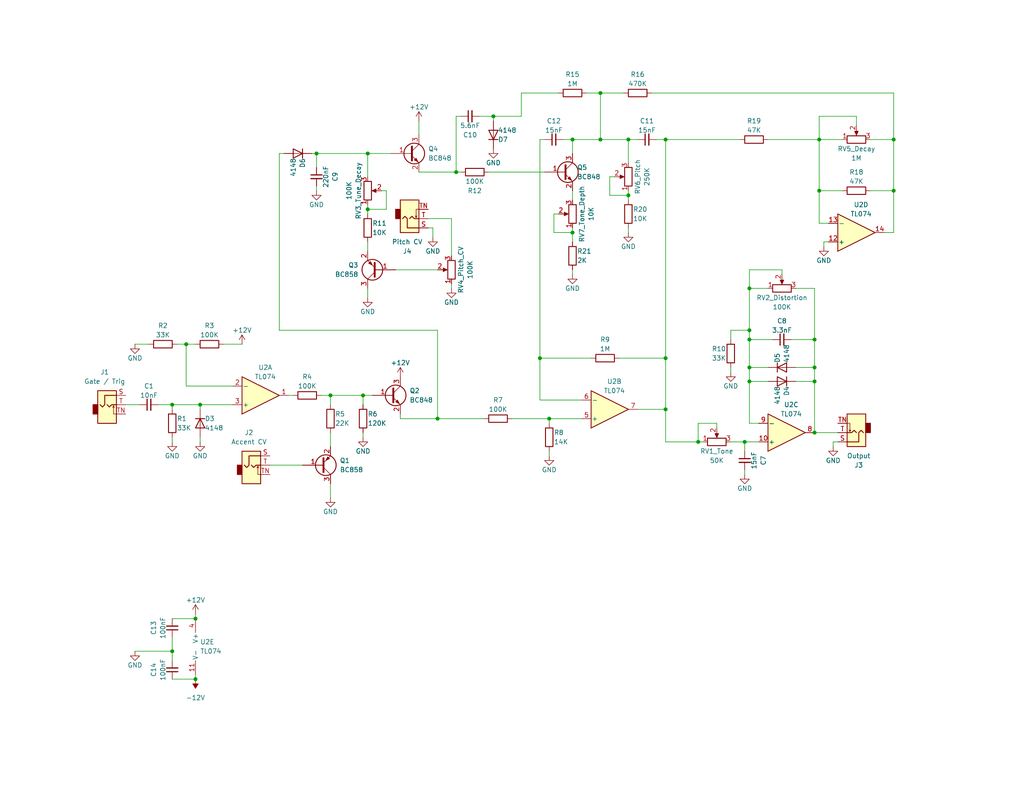
<source format=kicad_sch>
(kicad_sch (version 20230121) (generator eeschema)
  (paper "USLetter")
  (lib_symbols
    (symbol "Amplifier_Operational:TL074" (pin_names (offset 0.127))
      (property "Reference" "U" (at 0 5.08 0))
      (property "Value" "TL074" (at 0 -5.08 0))
      (symbol "TL074_1_1"
        (polyline (pts (xy -5.08 5.08) (xy 5.08 0) (xy -5.08 -5.08) (xy -5.08 5.08)) (stroke (width 0.254)) (fill (type background)))
        (pin output line (at 7.62 0 180) (length 2.54) (name "~") (number "1"))
        (pin input line (at -7.62 -2.54 0) (length 2.54) (name "-") (number "2"))
        (pin input line (at -7.62 2.54 0) (length 2.54) (name "+") (number "3"))
      )
      (symbol "TL074_2_1"
        (polyline (pts (xy -5.08 5.08) (xy 5.08 0) (xy -5.08 -5.08) (xy -5.08 5.08)) (stroke (width 0.254)) (fill (type background)))
        (pin input line (at -7.62 2.54 0) (length 2.54) (name "+") (number "5"))
        (pin input line (at -7.62 -2.54 0) (length 2.54) (name "-") (number "6"))
        (pin output line (at 7.62 0 180) (length 2.54) (name "~") (number "7"))
      )
      (symbol "TL074_3_1"
        (polyline (pts (xy -5.08 5.08) (xy 5.08 0) (xy -5.08 -5.08) (xy -5.08 5.08)) (stroke (width 0.254)) (fill (type background)))
        (pin input line (at -7.62 2.54 0) (length 2.54) (name "+") (number "10"))
        (pin output line (at 7.62 0 180) (length 2.54) (name "~") (number "8"))
        (pin input line (at -7.62 -2.54 0) (length 2.54) (name "-") (number "9"))
      )
      (symbol "TL074_4_1"
        (polyline (pts (xy -5.08 5.08) (xy 5.08 0) (xy -5.08 -5.08) (xy -5.08 5.08)) (stroke (width 0.254)) (fill (type background)))
        (pin input line (at -7.62 2.54 0) (length 2.54) (name "+") (number "12"))
        (pin input line (at -7.62 -2.54 0) (length 2.54) (name "-") (number "13"))
        (pin output line (at 7.62 0 180) (length 2.54) (name "~") (number "14"))
      )
      (symbol "TL074_5_1"
        (pin power_in line (at -2.54 -7.62 90) (length 3.81) (name "V-") (number "11"))
        (pin power_in line (at -2.54 7.62 270) (length 3.81) (name "V+") (number "4"))
      )
    )
    (symbol "Connector_Audio:AudioJack2_SwitchT"
      (property "Reference" "J" (at 0 8.89 0))
      (property "Value" "AudioJack2_SwitchT" (at 0 6.35 0))
      (symbol "AudioJack2_SwitchT_0_1"
        (rectangle (start -2.54 0) (end -3.81 -2.54) (stroke (width 0.254)) (fill (type outline)))
        (polyline (pts (xy 1.778 -0.254) (xy 2.032 -0.762)))
        (polyline (pts (xy 0 0) (xy 0.635 -0.635) (xy 1.27 0) (xy 2.54 0)) (stroke (width 0.254)))
        (polyline (pts (xy 2.54 -2.54) (xy 1.778 -2.54) (xy 1.778 -0.254) (xy 1.524 -0.762)))
        (polyline (pts (xy 2.54 2.54) (xy -0.635 2.54) (xy -0.635 0) (xy -1.27 -0.635) (xy -1.905 0)) (stroke (width 0.254)))
        (rectangle (start 2.54 3.81) (end -2.54 -5.08) (stroke (width 0.254)) (fill (type background)))
      )
      (symbol "AudioJack2_SwitchT_1_1"
        (pin passive line (at 5.08 2.54 180) (length 2.54) (name "~") (number "S"))
        (pin passive line (at 5.08 0 180) (length 2.54) (name "~") (number "T"))
        (pin passive line (at 5.08 -2.54 180) (length 2.54) (name "~") (number "TN"))
      )
    )
    (symbol "Device:C_Small" (pin_numbers hide) (pin_names (offset 0.254) hide)
      (property "Reference" "C" (at 0.254 1.778 0))
      (property "Value" "C_Small" (at 0.254 -2.032 0))
      (symbol "C_Small_0_1"
        (polyline (pts (xy -1.524 -0.508) (xy 1.524 -0.508)) (stroke (width 0.3302)))
        (polyline (pts (xy -1.524 0.508) (xy 1.524 0.508)) (stroke (width 0.3048)))
      )
      (symbol "C_Small_1_1"
        (pin passive line (at 0 2.54 270) (length 2.032) (name "~") (number "1"))
        (pin passive line (at 0 -2.54 90) (length 2.032) (name "~") (number "2"))
      )
    )
    (symbol "Device:D" (pin_numbers hide) (pin_names (offset 1.016) hide)
      (property "Reference" "D" (at 0 2.54 0))
      (property "Value" "D" (at 0 -2.54 0))
      (symbol "D_0_1"
        (polyline (pts (xy -1.27 1.27) (xy -1.27 -1.27)) (stroke (width 0.254)))
        (polyline (pts (xy 1.27 0) (xy -1.27 0)))
        (polyline (pts (xy 1.27 1.27) (xy 1.27 -1.27) (xy -1.27 0) (xy 1.27 1.27)) (stroke (width 0.254)))
      )
      (symbol "D_1_1"
        (pin passive line (at -3.81 0 0) (length 2.54) (name "K") (number "1"))
        (pin passive line (at 3.81 0 180) (length 2.54) (name "A") (number "2"))
      )
    )
    (symbol "Device:R" (pin_numbers hide) (pin_names (offset 0))
      (property "Reference" "R" (at 2.032 0 90))
      (property "Value" "R" (at 0 0 90))
      (symbol "R_0_1"
        (rectangle (start -1.016 -2.54) (end 1.016 2.54) (stroke (width 0.254)))
      )
      (symbol "R_1_1"
        (pin passive line (at 0 3.81 270) (length 1.27) (name "~") (number "1"))
        (pin passive line (at 0 -3.81 90) (length 1.27) (name "~") (number "2"))
      )
    )
    (symbol "Device:R_Potentiometer" (pin_names (offset 1.016) hide)
      (property "Reference" "RV" (at -4.445 0 90))
      (property "Value" "R_Potentiometer" (at -2.54 0 90))
      (symbol "R_Potentiometer_0_1"
        (polyline (pts (xy 2.54 0) (xy 1.524 0)))
        (polyline (pts (xy 1.143 0) (xy 2.286 0.508) (xy 2.286 -0.508) (xy 1.143 0)) (fill (type outline)))
        (rectangle (start 1.016 2.54) (end -1.016 -2.54) (stroke (width 0.254)))
      )
      (symbol "R_Potentiometer_1_1"
        (pin passive line (at 0 3.81 270) (length 1.27) (name "1") (number "1"))
        (pin passive line (at 3.81 0 180) (length 1.27) (name "2") (number "2"))
        (pin passive line (at 0 -3.81 90) (length 1.27) (name "3") (number "3"))
      )
    )
    (symbol "PCM_4ms_Power-symbol:+12V" (power) (pin_names (offset 0))
      (property "Value" "+12V" (at 0 3.556 0))
      (symbol "+12V_0_1"
        (polyline (pts (xy -0.762 1.27) (xy 0 2.54)))
        (polyline (pts (xy 0 0) (xy 0 2.54)))
        (polyline (pts (xy 0 2.54) (xy 0.762 1.27)))
      )
      (symbol "+12V_1_1"
        (pin power_in line (at 0 0 90) (length 0) hide (name "+12V") (number "1"))
      )
    )
    (symbol "PCM_4ms_Power-symbol:GND" (power) (pin_names (offset 0))
      (property "Value" "GND" (at 0 -3.81 0))
      (symbol "GND_0_1"
        (polyline (pts (xy 0 0) (xy 0 -1.27) (xy 1.27 -1.27) (xy 0 -2.54) (xy -1.27 -1.27) (xy 0 -1.27)))
      )
      (symbol "GND_1_1"
        (pin power_in line (at 0 0 270) (length 0) hide (name "GND") (number "1"))
      )
    )
    (symbol "Transistor_BJT:BC848" (pin_names (offset 0) hide)
      (property "Reference" "Q" (at 5.08 1.905 0))
      (property "Value" "BC848" (at 5.08 0 0))
      (symbol "BC848_0_1"
        (polyline (pts (xy 0.635 0.635) (xy 2.54 2.54)))
        (polyline (pts (xy 0.635 -0.635) (xy 2.54 -2.54) (xy 2.54 -2.54)))
        (polyline (pts (xy 0.635 1.905) (xy 0.635 -1.905) (xy 0.635 -1.905)) (stroke (width 0.508)))
        (polyline (pts (xy 1.27 -1.778) (xy 1.778 -1.27) (xy 2.286 -2.286) (xy 1.27 -1.778) (xy 1.27 -1.778)) (fill (type outline)))
        (circle (center 1.27 0) (radius 2.8194) (stroke (width 0.254)))
      )
      (symbol "BC848_1_1"
        (pin input line (at -5.08 0 0) (length 5.715) (name "B") (number "1"))
        (pin passive line (at 2.54 -5.08 90) (length 2.54) (name "E") (number "2"))
        (pin passive line (at 2.54 5.08 270) (length 2.54) (name "C") (number "3"))
      )
    )
    (symbol "Transistor_BJT:BC858" (pin_names (offset 0) hide)
      (property "Reference" "Q" (at 5.08 1.905 0))
      (property "Value" "BC858" (at 5.08 0 0))
      (symbol "BC858_0_1"
        (polyline (pts (xy 0.635 0.635) (xy 2.54 2.54)))
        (polyline (pts (xy 0.635 -0.635) (xy 2.54 -2.54) (xy 2.54 -2.54)))
        (polyline (pts (xy 0.635 1.905) (xy 0.635 -1.905) (xy 0.635 -1.905)) (stroke (width 0.508)))
        (polyline (pts (xy 2.286 -1.778) (xy 1.778 -2.286) (xy 1.27 -1.27) (xy 2.286 -1.778) (xy 2.286 -1.778)) (fill (type outline)))
        (circle (center 1.27 0) (radius 2.8194) (stroke (width 0.254)))
      )
      (symbol "BC858_1_1"
        (pin input line (at -5.08 0 0) (length 5.715) (name "B") (number "1"))
        (pin passive line (at 2.54 -5.08 90) (length 2.54) (name "E") (number "2"))
        (pin passive line (at 2.54 5.08 270) (length 2.54) (name "C") (number "3"))
      )
    )
    (symbol "power:-12V" (power) (pin_names (offset 0))
      (property "Value" "-12V" (at 0 3.81 0))
      (symbol "-12V_0_0"
        (pin power_in line (at 0 0 90) (length 0) hide (name "-12V") (number "1"))
      )
      (symbol "-12V_0_1"
        (polyline (pts (xy 0 0) (xy 0 1.27) (xy 0.762 1.27) (xy 0 2.54) (xy -0.762 1.27) (xy 0 1.27)) (fill (type outline)))
      )
    )
  )
  (junction (at 243.84 52.07))
  (junction (at 223.52 52.07))
  (junction (at 223.52 38.1))
  (junction (at 190.5 120.65))
  (junction (at 243.84 38.1))
  (junction (at 204.47 100.33))
  (junction (at 86.36 41.91))
  (junction (at 99.06 107.95))
  (junction (at 100.33 57.15))
  (junction (at 171.45 53.34))
  (junction (at 100.33 41.91))
  (junction (at 163.83 25.4))
  (junction (at 203.2 120.65))
  (junction (at 147.32 97.79))
  (junction (at 163.83 38.1))
  (junction (at 171.45 38.1))
  (junction (at 156.21 63.5))
  (junction (at 181.61 97.79))
  (junction (at 181.61 38.1))
  (junction (at 222.25 92.71))
  (junction (at 149.86 114.3))
  (junction (at 90.17 107.95))
  (junction (at 46.99 110.49))
  (junction (at 204.47 78.74))
  (junction (at 156.21 38.1))
  (junction (at 50.8 93.98))
  (junction (at 204.47 92.71))
  (junction (at 53.34 168.91))
  (junction (at 222.25 104.14))
  (junction (at 134.62 31.75))
  (junction (at 124.46 46.99))
  (junction (at 204.47 90.17))
  (junction (at 54.61 110.49))
  (junction (at 181.61 111.76))
  (junction (at 46.99 177.8))
  (junction (at 53.34 185.42))
  (junction (at 204.47 104.14))
  (junction (at 222.25 118.11))
  (junction (at 119.38 114.3))
  (junction (at 222.25 100.33))
  (wire (pts (xy 181.61 38.1) (xy 201.93 38.1)))
  (wire (pts (xy 34.29 110.49) (xy 38.1 110.49)))
  (wire (pts (xy 156.21 52.07) (xy 156.21 54.61)))
  (wire (pts (xy 203.2 120.65) (xy 207.01 120.65)))
  (wire (pts (xy 166.37 48.26) (xy 166.37 53.34)))
  (wire (pts (xy 147.32 97.79) (xy 161.29 97.79)))
  (wire (pts (xy 224.79 67.31) (xy 224.79 66.04)))
  (wire (pts (xy 76.2 90.17) (xy 119.38 90.17)))
  (wire (pts (xy 142.24 25.4) (xy 152.4 25.4)))
  (wire (pts (xy 199.39 101.6) (xy 199.39 100.33)))
  (wire (pts (xy 43.18 110.49) (xy 46.99 110.49)))
  (wire (pts (xy 151.13 58.42) (xy 151.13 63.5)))
  (wire (pts (xy 100.33 55.88) (xy 100.33 57.15)))
  (wire (pts (xy 60.96 93.98) (xy 66.04 93.98)))
  (wire (pts (xy 130.81 31.75) (xy 134.62 31.75)))
  (wire (pts (xy 233.68 31.75) (xy 233.68 34.29)))
  (wire (pts (xy 76.2 41.91) (xy 76.2 90.17)))
  (wire (pts (xy 90.17 107.95) (xy 99.06 107.95)))
  (wire (pts (xy 204.47 78.74) (xy 204.47 73.66)))
  (wire (pts (xy 171.45 38.1) (xy 173.99 38.1)))
  (wire (pts (xy 86.36 45.72) (xy 86.36 41.91)))
  (wire (pts (xy 46.99 168.91) (xy 53.34 168.91)))
  (wire (pts (xy 104.14 52.07) (xy 105.41 52.07)))
  (wire (pts (xy 36.83 177.8) (xy 46.99 177.8)))
  (wire (pts (xy 90.17 107.95) (xy 90.17 110.49)))
  (wire (pts (xy 156.21 62.23) (xy 156.21 63.5)))
  (wire (pts (xy 204.47 73.66) (xy 213.36 73.66)))
  (wire (pts (xy 209.55 100.33) (xy 204.47 100.33)))
  (wire (pts (xy 195.58 116.84) (xy 195.58 115.57)))
  (wire (pts (xy 204.47 78.74) (xy 209.55 78.74)))
  (wire (pts (xy 156.21 74.93) (xy 156.21 73.66)))
  (wire (pts (xy 156.21 66.04) (xy 156.21 63.5)))
  (wire (pts (xy 90.17 118.11) (xy 90.17 121.92)))
  (wire (pts (xy 109.22 114.3) (xy 119.38 114.3)))
  (wire (pts (xy 139.7 114.3) (xy 149.86 114.3)))
  (wire (pts (xy 100.33 48.26) (xy 100.33 41.91)))
  (wire (pts (xy 173.99 111.76) (xy 181.61 111.76)))
  (wire (pts (xy 222.25 104.14) (xy 222.25 118.11)))
  (wire (pts (xy 209.55 38.1) (xy 223.52 38.1)))
  (wire (pts (xy 229.87 38.1) (xy 223.52 38.1)))
  (wire (pts (xy 203.2 129.54) (xy 203.2 128.27)))
  (wire (pts (xy 86.36 52.07) (xy 86.36 50.8)))
  (wire (pts (xy 222.25 78.74) (xy 217.17 78.74)))
  (wire (pts (xy 227.33 120.65) (xy 227.33 121.92)))
  (wire (pts (xy 63.5 105.41) (xy 50.8 105.41)))
  (wire (pts (xy 46.99 173.99) (xy 46.99 177.8)))
  (wire (pts (xy 233.68 31.75) (xy 223.52 31.75)))
  (wire (pts (xy 116.84 59.69) (xy 123.19 59.69)))
  (wire (pts (xy 151.13 63.5) (xy 156.21 63.5)))
  (wire (pts (xy 147.32 38.1) (xy 148.59 38.1)))
  (wire (pts (xy 181.61 97.79) (xy 181.61 111.76)))
  (wire (pts (xy 123.19 78.74) (xy 123.19 77.47)))
  (wire (pts (xy 215.9 92.71) (xy 222.25 92.71)))
  (wire (pts (xy 171.45 54.61) (xy 171.45 53.34)))
  (wire (pts (xy 100.33 41.91) (xy 106.68 41.91)))
  (wire (pts (xy 153.67 38.1) (xy 156.21 38.1)))
  (wire (pts (xy 163.83 38.1) (xy 171.45 38.1)))
  (wire (pts (xy 167.64 48.26) (xy 166.37 48.26)))
  (wire (pts (xy 119.38 90.17) (xy 119.38 114.3)))
  (wire (pts (xy 223.52 31.75) (xy 223.52 38.1)))
  (wire (pts (xy 119.38 114.3) (xy 132.08 114.3)))
  (wire (pts (xy 114.3 46.99) (xy 124.46 46.99)))
  (wire (pts (xy 147.32 38.1) (xy 147.32 97.79)))
  (wire (pts (xy 105.41 52.07) (xy 105.41 57.15)))
  (wire (pts (xy 156.21 38.1) (xy 163.83 38.1)))
  (wire (pts (xy 107.95 73.66) (xy 119.38 73.66)))
  (wire (pts (xy 123.19 59.69) (xy 123.19 69.85)))
  (wire (pts (xy 199.39 90.17) (xy 204.47 90.17)))
  (wire (pts (xy 166.37 53.34) (xy 171.45 53.34)))
  (wire (pts (xy 100.33 81.28) (xy 100.33 78.74)))
  (wire (pts (xy 210.82 92.71) (xy 204.47 92.71)))
  (wire (pts (xy 99.06 107.95) (xy 99.06 110.49)))
  (wire (pts (xy 199.39 120.65) (xy 203.2 120.65)))
  (wire (pts (xy 147.32 97.79) (xy 147.32 109.22)))
  (wire (pts (xy 149.86 114.3) (xy 158.75 114.3)))
  (wire (pts (xy 243.84 52.07) (xy 243.84 63.5)))
  (wire (pts (xy 191.77 120.65) (xy 190.5 120.65)))
  (wire (pts (xy 53.34 184.15) (xy 53.34 185.42)))
  (wire (pts (xy 46.99 110.49) (xy 54.61 110.49)))
  (wire (pts (xy 134.62 31.75) (xy 142.24 31.75)))
  (wire (pts (xy 217.17 104.14) (xy 222.25 104.14)))
  (wire (pts (xy 204.47 104.14) (xy 209.55 104.14)))
  (wire (pts (xy 152.4 58.42) (xy 151.13 58.42)))
  (wire (pts (xy 217.17 100.33) (xy 222.25 100.33)))
  (wire (pts (xy 54.61 110.49) (xy 54.61 111.76)))
  (wire (pts (xy 222.25 118.11) (xy 228.6 118.11)))
  (wire (pts (xy 243.84 38.1) (xy 243.84 52.07)))
  (wire (pts (xy 100.33 58.42) (xy 100.33 57.15)))
  (wire (pts (xy 204.47 100.33) (xy 204.47 104.14)))
  (wire (pts (xy 116.84 62.23) (xy 118.11 62.23)))
  (wire (pts (xy 204.47 78.74) (xy 204.47 90.17)))
  (wire (pts (xy 99.06 107.95) (xy 101.6 107.95)))
  (wire (pts (xy 125.73 31.75) (xy 124.46 31.75)))
  (wire (pts (xy 78.74 107.95) (xy 80.01 107.95)))
  (wire (pts (xy 118.11 64.77) (xy 118.11 62.23)))
  (wire (pts (xy 54.61 110.49) (xy 63.5 110.49)))
  (wire (pts (xy 223.52 60.96) (xy 226.06 60.96)))
  (wire (pts (xy 100.33 57.15) (xy 105.41 57.15)))
  (wire (pts (xy 190.5 115.57) (xy 190.5 120.65)))
  (wire (pts (xy 222.25 92.71) (xy 222.25 100.33)))
  (wire (pts (xy 224.79 66.04) (xy 226.06 66.04)))
  (wire (pts (xy 163.83 25.4) (xy 163.83 38.1)))
  (wire (pts (xy 86.36 41.91) (xy 100.33 41.91)))
  (wire (pts (xy 90.17 132.08) (xy 90.17 135.89)))
  (wire (pts (xy 223.52 38.1) (xy 223.52 52.07)))
  (wire (pts (xy 204.47 92.71) (xy 204.47 100.33)))
  (wire (pts (xy 229.87 52.07) (xy 223.52 52.07)))
  (wire (pts (xy 73.66 127) (xy 82.55 127)))
  (wire (pts (xy 124.46 31.75) (xy 124.46 46.99)))
  (wire (pts (xy 181.61 120.65) (xy 181.61 111.76)))
  (wire (pts (xy 223.52 52.07) (xy 223.52 60.96)))
  (wire (pts (xy 76.2 41.91) (xy 77.47 41.91)))
  (wire (pts (xy 100.33 66.04) (xy 100.33 68.58)))
  (wire (pts (xy 237.49 52.07) (xy 243.84 52.07)))
  (wire (pts (xy 114.3 33.02) (xy 114.3 36.83)))
  (wire (pts (xy 125.73 46.99) (xy 124.46 46.99)))
  (wire (pts (xy 50.8 93.98) (xy 50.8 105.41)))
  (wire (pts (xy 171.45 52.07) (xy 171.45 53.34)))
  (wire (pts (xy 171.45 44.45) (xy 171.45 38.1)))
  (wire (pts (xy 46.99 110.49) (xy 46.99 111.76)))
  (wire (pts (xy 181.61 120.65) (xy 190.5 120.65)))
  (wire (pts (xy 243.84 25.4) (xy 177.8 25.4)))
  (wire (pts (xy 160.02 25.4) (xy 163.83 25.4)))
  (wire (pts (xy 142.24 25.4) (xy 142.24 31.75)))
  (wire (pts (xy 50.8 93.98) (xy 53.34 93.98)))
  (wire (pts (xy 195.58 115.57) (xy 190.5 115.57)))
  (wire (pts (xy 53.34 167.64) (xy 53.34 168.91)))
  (wire (pts (xy 222.25 100.33) (xy 222.25 104.14)))
  (wire (pts (xy 46.99 119.38) (xy 46.99 120.65)))
  (wire (pts (xy 46.99 185.42) (xy 53.34 185.42)))
  (wire (pts (xy 87.63 107.95) (xy 90.17 107.95)))
  (wire (pts (xy 134.62 31.75) (xy 134.62 33.02)))
  (wire (pts (xy 147.32 109.22) (xy 158.75 109.22)))
  (wire (pts (xy 241.3 63.5) (xy 243.84 63.5)))
  (wire (pts (xy 148.59 46.99) (xy 133.35 46.99)))
  (wire (pts (xy 243.84 25.4) (xy 243.84 38.1)))
  (wire (pts (xy 171.45 63.5) (xy 171.45 62.23)))
  (wire (pts (xy 46.99 177.8) (xy 46.99 180.34)))
  (wire (pts (xy 149.86 123.19) (xy 149.86 124.46)))
  (wire (pts (xy 213.36 73.66) (xy 213.36 74.93)))
  (wire (pts (xy 149.86 115.57) (xy 149.86 114.3)))
  (wire (pts (xy 168.91 97.79) (xy 181.61 97.79)))
  (wire (pts (xy 99.06 119.38) (xy 99.06 118.11)))
  (wire (pts (xy 181.61 38.1) (xy 181.61 97.79)))
  (wire (pts (xy 109.22 114.3) (xy 109.22 113.03)))
  (wire (pts (xy 228.6 120.65) (xy 227.33 120.65)))
  (wire (pts (xy 85.09 41.91) (xy 86.36 41.91)))
  (wire (pts (xy 204.47 92.71) (xy 204.47 90.17)))
  (wire (pts (xy 199.39 92.71) (xy 199.39 90.17)))
  (wire (pts (xy 204.47 115.57) (xy 207.01 115.57)))
  (wire (pts (xy 163.83 25.4) (xy 170.18 25.4)))
  (wire (pts (xy 203.2 123.19) (xy 203.2 120.65)))
  (wire (pts (xy 179.07 38.1) (xy 181.61 38.1)))
  (wire (pts (xy 237.49 38.1) (xy 243.84 38.1)))
  (wire (pts (xy 222.25 78.74) (xy 222.25 92.71)))
  (wire (pts (xy 54.61 119.38) (xy 54.61 120.65)))
  (wire (pts (xy 156.21 38.1) (xy 156.21 41.91)))
  (wire (pts (xy 36.83 93.98) (xy 40.64 93.98)))
  (wire (pts (xy 48.26 93.98) (xy 50.8 93.98)))
  (wire (pts (xy 204.47 104.14) (xy 204.47 115.57)))
  (symbol (lib_id "Device:R") (at 83.82 107.95 90) (unit 1)
    (property "Reference" "R4" (at 83.82 102.87 90))
    (property "Value" "100K" (at 83.82 105.41 90))
    (property "Footprint" "Resistor_SMD:R_0805_2012Metric_Pad1.20x1.40mm_HandSolder" (effects hide))
  )
  (symbol (lib_id "Device:R") (at 149.86 119.38 180) (unit 1)
    (property "Reference" "R8" (at 151.13 118.11 0) (effects (justify right)))
    (property "Value" "14K" (at 151.13 120.65 0) (effects (justify right)))
    (property "Footprint" "Resistor_SMD:R_0805_2012Metric_Pad1.20x1.40mm_HandSolder" (effects hide))
  )
  (symbol (lib_id "Amplifier_Operational:TL074") (at 71.12 107.95 0) (mirror x) (unit 1)
    (property "Reference" "U2" (at 72.39 100.33 0))
    (property "Value" "TL074" (at 72.39 102.87 0))
    (property "Datasheet" "http://www.ti.com/lit/ds/symlink/tl071.pdf" (effects hide))
  )
  (symbol (lib_id "PCM_4ms_Power-symbol:+12V") (at 53.34 167.64 0) (unit 1)
    (property "Reference" "#PWR036" (effects hide))
    (property "Value" "+12V" (at 53.34 163.83 0))
  )
  (symbol (lib_id "PCM_4ms_Power-symbol:GND") (at 36.83 177.8 0) (unit 1)
    (property "Reference" "#PWR037" (effects hide))
    (property "Value" "GND" (at 36.83 181.61 0))
  )
  (symbol (lib_id "Amplifier_Operational:TL074") (at 55.88 176.53 0) (unit 5)
    (property "Reference" "U2" (at 54.61 175.26 0) (effects (justify left)))
    (property "Value" "TL074" (at 54.61 177.8 0) (effects (justify left)))
    (property "Datasheet" "http://www.ti.com/lit/ds/symlink/tl071.pdf" (effects hide))
  )
  (symbol (lib_id "Device:C_Small") (at 40.64 110.49 90) (unit 1)
    (property "Reference" "C1" (at 40.64 105.41 90))
    (property "Value" "10nF" (at 40.64 107.95 90))
    (property "Footprint" "Capacitor_SMD:C_0805_2012Metric_Pad1.18x1.45mm_HandSolder" (effects hide))
  )
  (symbol (lib_id "Device:D") (at 213.36 100.33 0) (unit 1)
    (property "Reference" "D5" (at 212.09 99.06 90) (effects (justify left)))
    (property "Value" "4148" (at 214.63 99.06 90) (effects (justify left)))
    (property "Footprint" "Diode_SMD:D_MiniMELF_Handsoldering" (effects hide))
    (property "Sim.Device" "D" (effects hide))
    (property "Sim.Pins" "1=K 2=A" (effects hide))
  )
  (symbol (lib_id "Device:R_Potentiometer") (at 171.45 48.26 180) (unit 1)
    (property "Reference" "RV6_Pitch" (at 173.99 48.26 90))
    (property "Value" "250K" (at 176.53 48.26 90))
    (property "Footprint" "SynthMages:Potentiometer_Alpha_RD901F-40-00D_Single_Vertical_CircularHoles_Shaft_Centered" (effects hide))
  )
  (symbol (lib_id "Device:R") (at 165.1 97.79 90) (unit 1)
    (property "Reference" "R9" (at 165.1 92.71 90))
    (property "Value" "1M" (at 165.1 95.25 90))
    (property "Footprint" "Resistor_SMD:R_0805_2012Metric_Pad1.20x1.40mm_HandSolder" (effects hide))
  )
  (symbol (lib_id "Device:R") (at 46.99 115.57 0) (unit 1)
    (property "Reference" "R1" (at 48.26 114.3 0) (effects (justify left)))
    (property "Value" "33K" (at 48.26 116.84 0) (effects (justify left)))
    (property "Footprint" "Resistor_SMD:R_0805_2012Metric_Pad1.20x1.40mm_HandSolder" (effects hide))
  )
  (symbol (lib_id "PCM_4ms_Power-symbol:GND") (at 123.19 78.74 0) (unit 1)
    (property "Reference" "#PWR024" (effects hide))
    (property "Value" "GND" (at 123.19 82.55 0))
  )
  (symbol (lib_id "Transistor_BJT:BC848") (at 153.67 46.99 0) (unit 1)
    (property "Reference" "Q5" (at 157.48 45.72 0) (effects (justify left)))
    (property "Value" "BC848" (at 157.48 48.26 0) (effects (justify left)))
    (property "Footprint" "Package_TO_SOT_SMD:SOT-23" (effects hide))
    (property "Datasheet" "http://www.infineon.com/dgdl/Infineon-BC847SERIES_BC848SERIES_BC849SERIES_BC850SERIES-DS-v01_01-en.pdf?fileId=db3a304314dca389011541d4630a1657" (effects hide))
  )
  (symbol (lib_id "Device:C_Small") (at 46.99 182.88 180) (unit 1)
    (property "Reference" "C14" (at 41.91 182.88 90))
    (property "Value" "100nF" (at 44.45 182.88 90))
    (property "Footprint" "Capacitor_SMD:C_0805_2012Metric_Pad1.18x1.45mm_HandSolder" (effects hide))
  )
  (symbol (lib_id "Device:C_Small") (at 128.27 31.75 90) (mirror x) (unit 1)
    (property "Reference" "C10" (at 128.27 36.83 90))
    (property "Value" "5.6nF" (at 128.27 34.29 90))
    (property "Footprint" "Capacitor_SMD:C_0805_2012Metric_Pad1.18x1.45mm_HandSolder" (effects hide))
  )
  (symbol (lib_id "Connector_Audio:AudioJack2_SwitchT") (at 68.58 127 0) (unit 1)
    (property "Reference" "J2" (at 67.945 118.11 0))
    (property "Value" "Accent CV" (at 67.945 120.65 0))
    (property "Footprint" "SynthMages:Jack_3.5mm_QingPu_WQP-PJ398SM_Vertical_CircularHoles_Socket_Centered" (effects hide))
  )
  (symbol (lib_id "Amplifier_Operational:TL074") (at 214.63 118.11 0) (mirror x) (unit 3)
    (property "Reference" "U2" (at 215.9 110.49 0))
    (property "Value" "TL074" (at 215.9 113.03 0))
    (property "Datasheet" "http://www.ti.com/lit/ds/symlink/tl071.pdf" (effects hide))
  )
  (symbol (lib_id "Device:R_Potentiometer") (at 100.33 52.07 0) (mirror x) (unit 1)
    (property "Reference" "RV3_Tune_Decay" (at 97.79 52.07 90))
    (property "Value" "100K" (at 95.25 52.07 90))
    (property "Footprint" "SynthMages:Potentiometer_Alpha_RD901F-40-00D_Single_Vertical_CircularHoles_Shaft_Centered" (effects hide))
  )
  (symbol (lib_id "Device:C_Small") (at 86.36 48.26 0) (unit 1)
    (property "Reference" "C9" (at 91.44 48.26 90))
    (property "Value" "220nF" (at 88.9 48.26 90))
    (property "Footprint" "Capacitor_SMD:C_0805_2012Metric_Pad1.18x1.45mm_HandSolder" (effects hide))
  )
  (symbol (lib_id "Device:R") (at 199.39 96.52 0) (mirror x) (unit 1)
    (property "Reference" "R10" (at 198.12 95.25 0) (effects (justify right)))
    (property "Value" "33K" (at 198.12 97.79 0) (effects (justify right)))
    (property "Footprint" "Resistor_SMD:R_0805_2012Metric_Pad1.20x1.40mm_HandSolder" (effects hide))
  )
  (symbol (lib_id "PCM_4ms_Power-symbol:+12V") (at 66.04 93.98 0) (unit 1)
    (property "Reference" "#PWR02" (effects hide))
    (property "Value" "+12V" (at 66.04 90.17 0))
  )
  (symbol (lib_id "PCM_4ms_Power-symbol:GND") (at 99.06 119.38 0) (unit 1)
    (property "Reference" "#PWR011" (effects hide))
    (property "Value" "GND" (at 99.06 123.19 0))
  )
  (symbol (lib_id "Device:C_Small") (at 46.99 171.45 180) (unit 1)
    (property "Reference" "C13" (at 41.91 171.45 90))
    (property "Value" "100nF" (at 44.45 171.45 90))
    (property "Footprint" "Capacitor_SMD:C_0805_2012Metric_Pad1.18x1.45mm_HandSolder" (effects hide))
  )
  (symbol (lib_id "Device:R") (at 173.99 25.4 90) (unit 1)
    (property "Reference" "R16" (at 173.99 20.32 90))
    (property "Value" "470K" (at 173.99 22.86 90))
    (property "Footprint" "Resistor_SMD:R_0805_2012Metric_Pad1.20x1.40mm_HandSolder" (effects hide))
  )
  (symbol (lib_id "Device:R") (at 99.06 114.3 180) (unit 1)
    (property "Reference" "R6" (at 100.33 113.03 0) (effects (justify right)))
    (property "Value" "120K" (at 100.33 115.57 0) (effects (justify right)))
    (property "Footprint" "Resistor_SMD:R_0805_2012Metric_Pad1.20x1.40mm_HandSolder" (effects hide))
  )
  (symbol (lib_id "PCM_4ms_Power-symbol:GND") (at 156.21 74.93 0) (unit 1)
    (property "Reference" "#PWR034" (effects hide))
    (property "Value" "GND" (at 156.21 78.74 0))
  )
  (symbol (lib_id "Transistor_BJT:BC858") (at 87.63 127 0) (mirror x) (unit 1)
    (property "Reference" "Q1" (at 92.71 125.73 0) (effects (justify left)))
    (property "Value" "BC858" (at 92.71 128.27 0) (effects (justify left)))
    (property "Footprint" "Package_TO_SOT_SMD:SOT-23" (effects hide))
    (property "Datasheet" "https://www.onsemi.com/pub/Collateral/BC860-D.pdf" (effects hide))
  )
  (symbol (lib_id "Connector_Audio:AudioJack2_SwitchT") (at 233.68 118.11 180) (unit 1)
    (property "Reference" "J3" (at 234.315 127 0))
    (property "Value" "Output" (at 234.315 124.46 0))
    (property "Footprint" "SynthMages:Jack_3.5mm_QingPu_WQP-PJ398SM_Vertical_CircularHoles_Socket_Centered" (effects hide))
  )
  (symbol (lib_id "PCM_4ms_Power-symbol:GND") (at 90.17 135.89 0) (unit 1)
    (property "Reference" "#PWR010" (effects hide))
    (property "Value" "GND" (at 90.17 139.7 0))
  )
  (symbol (lib_id "Device:R") (at 156.21 25.4 90) (unit 1)
    (property "Reference" "R15" (at 156.21 20.32 90))
    (property "Value" "1M" (at 156.21 22.86 90))
    (property "Footprint" "Resistor_SMD:R_0805_2012Metric_Pad1.20x1.40mm_HandSolder" (effects hide))
  )
  (symbol (lib_id "Transistor_BJT:BC848") (at 111.76 41.91 0) (unit 1)
    (property "Reference" "Q4" (at 116.84 40.64 0) (effects (justify left)))
    (property "Value" "BC848" (at 116.84 43.18 0) (effects (justify left)))
    (property "Footprint" "Package_TO_SOT_SMD:SOT-23" (effects hide))
    (property "Datasheet" "http://www.infineon.com/dgdl/Infineon-BC847SERIES_BC848SERIES_BC849SERIES_BC850SERIES-DS-v01_01-en.pdf?fileId=db3a304314dca389011541d4630a1657" (effects hide))
  )
  (symbol (lib_id "PCM_4ms_Power-symbol:GND") (at 86.36 52.07 0) (unit 1)
    (property "Reference" "#PWR022" (effects hide))
    (property "Value" "GND" (at 86.36 55.88 0))
  )
  (symbol (lib_id "PCM_4ms_Power-symbol:GND") (at 54.61 120.65 0) (unit 1)
    (property "Reference" "#PWR06" (effects hide))
    (property "Value" "GND" (at 54.61 124.46 0))
  )
  (symbol (lib_id "Device:C_Small") (at 213.36 92.71 90) (unit 1)
    (property "Reference" "C8" (at 213.36 87.63 90))
    (property "Value" "3.3nF" (at 213.36 90.17 90))
    (property "Footprint" "Capacitor_SMD:C_0805_2012Metric_Pad1.18x1.45mm_HandSolder" (effects hide))
  )
  (symbol (lib_id "Device:R") (at 129.54 46.99 90) (mirror x) (unit 1)
    (property "Reference" "R12" (at 129.54 52.07 90))
    (property "Value" "100K" (at 129.54 49.53 90))
    (property "Footprint" "Resistor_SMD:R_0805_2012Metric_Pad1.20x1.40mm_HandSolder" (effects hide))
  )
  (symbol (lib_id "Amplifier_Operational:TL074") (at 233.68 63.5 0) (mirror x) (unit 4)
    (property "Reference" "U2" (at 234.95 55.88 0))
    (property "Value" "TL074" (at 234.95 58.42 0))
    (property "Datasheet" "http://www.ti.com/lit/ds/symlink/tl071.pdf" (effects hide))
  )
  (symbol (lib_id "PCM_4ms_Power-symbol:GND") (at 100.33 81.28 0) (unit 1)
    (property "Reference" "#PWR023" (effects hide))
    (property "Value" "GND" (at 100.33 85.09 0))
  )
  (symbol (lib_id "PCM_4ms_Power-symbol:GND") (at 203.2 129.54 0) (unit 1)
    (property "Reference" "#PWR013" (effects hide))
    (property "Value" "GND" (at 203.2 133.35 0))
  )
  (symbol (lib_id "Device:C_Small") (at 176.53 38.1 90) (unit 1)
    (property "Reference" "C11" (at 176.53 33.02 90))
    (property "Value" "15nF" (at 176.53 35.56 90))
    (property "Footprint" "Capacitor_SMD:C_0805_2012Metric_Pad1.18x1.45mm_HandSolder" (effects hide))
  )
  (symbol (lib_id "PCM_4ms_Power-symbol:GND") (at 171.45 63.5 0) (unit 1)
    (property "Reference" "#PWR033" (effects hide))
    (property "Value" "GND" (at 171.45 67.31 0))
  )
  (symbol (lib_id "PCM_4ms_Power-symbol:GND") (at 46.99 120.65 0) (unit 1)
    (property "Reference" "#PWR07" (effects hide))
    (property "Value" "GND" (at 46.99 124.46 0))
  )
  (symbol (lib_id "Device:R") (at 156.21 69.85 180) (unit 1)
    (property "Reference" "R21" (at 157.48 68.58 0) (effects (justify right)))
    (property "Value" "2K" (at 157.48 71.12 0) (effects (justify right)))
    (property "Footprint" "Resistor_SMD:R_0805_2012Metric_Pad1.20x1.40mm_HandSolder" (effects hide))
  )
  (symbol (lib_id "PCM_4ms_Power-symbol:GND") (at 36.83 93.98 0) (unit 1)
    (property "Reference" "#PWR04" (effects hide))
    (property "Value" "GND" (at 36.83 97.79 0))
  )
  (symbol (lib_id "Transistor_BJT:BC848") (at 106.68 107.95 0) (unit 1)
    (property "Reference" "Q2" (at 111.76 106.68 0) (effects (justify left)))
    (property "Value" "BC848" (at 111.76 109.22 0) (effects (justify left)))
    (property "Footprint" "Package_TO_SOT_SMD:SOT-23" (effects hide))
    (property "Datasheet" "http://www.infineon.com/dgdl/Infineon-BC847SERIES_BC848SERIES_BC849SERIES_BC850SERIES-DS-v01_01-en.pdf?fileId=db3a304314dca389011541d4630a1657" (effects hide))
  )
  (symbol (lib_id "Device:R_Potentiometer") (at 156.21 58.42 180) (unit 1)
    (property "Reference" "RV7_Tone_Depth" (at 158.75 58.42 90))
    (property "Value" "10K" (at 161.29 58.42 90))
    (property "Footprint" "SynthMages:Potentiometer_Alpha_RD901F-40-00D_Single_Vertical_CircularHoles_Shaft_Centered" (effects hide))
  )
  (symbol (lib_id "Device:R") (at 233.68 52.07 90) (unit 1)
    (property "Reference" "R18" (at 233.68 46.99 90))
    (property "Value" "47K" (at 233.68 49.53 90))
    (property "Footprint" "Resistor_SMD:R_0805_2012Metric_Pad1.20x1.40mm_HandSolder" (effects hide))
  )
  (symbol (lib_id "power:-12V") (at 53.34 185.42 180) (unit 1)
    (property "Reference" "#PWR035" (effects hide))
    (property "Value" "-12V" (at 53.34 190.5 0))
  )
  (symbol (lib_id "Device:C_Small") (at 203.2 125.73 0) (unit 1)
    (property "Reference" "C7" (at 208.28 125.73 90))
    (property "Value" "15nF" (at 205.74 125.73 90))
    (property "Footprint" "Capacitor_SMD:C_0805_2012Metric_Pad1.18x1.45mm_HandSolder" (effects hide))
  )
  (symbol (lib_id "Connector_Audio:AudioJack2_SwitchT") (at 111.76 59.69 0) (mirror x) (unit 1)
    (property "Reference" "J4" (at 111.125 68.58 0))
    (property "Value" "Pitch CV" (at 111.125 66.04 0))
    (property "Footprint" "SynthMages:Jack_3.5mm_QingPu_WQP-PJ398SM_Vertical_CircularHoles_Socket_Centered" (effects hide))
  )
  (symbol (lib_id "Amplifier_Operational:TL074") (at 166.37 111.76 0) (mirror x) (unit 2)
    (property "Reference" "U2" (at 167.64 104.14 0))
    (property "Value" "TL074" (at 167.64 106.68 0))
    (property "Datasheet" "http://www.ti.com/lit/ds/symlink/tl071.pdf" (effects hide))
  )
  (symbol (lib_id "Device:R_Potentiometer") (at 233.68 38.1 90) (unit 1)
    (property "Reference" "RV5_Decay" (at 233.68 40.64 90))
    (property "Value" "1M" (at 233.68 43.18 90))
    (property "Footprint" "SynthMages:Potentiometer_Alpha_RD901F-40-00D_Single_Vertical_CircularHoles_Shaft_Centered" (effects hide))
  )
  (symbol (lib_id "Device:D") (at 134.62 36.83 270) (mirror x) (unit 1)
    (property "Reference" "D7" (at 135.89 38.1 90) (effects (justify left)))
    (property "Value" "4148" (at 135.89 35.56 90) (effects (justify left)))
    (property "Footprint" "Diode_SMD:D_MiniMELF_Handsoldering" (effects hide))
    (property "Sim.Device" "D" (effects hide))
    (property "Sim.Pins" "1=K 2=A" (effects hide))
  )
  (symbol (lib_id "Device:R") (at 44.45 93.98 90) (unit 1)
    (property "Reference" "R2" (at 44.45 88.9 90))
    (property "Value" "33K" (at 44.45 91.44 90))
    (property "Footprint" "Resistor_SMD:R_0805_2012Metric_Pad1.20x1.40mm_HandSolder" (effects hide))
  )
  (symbol (lib_id "PCM_4ms_Power-symbol:GND") (at 134.62 40.64 0) (unit 1)
    (property "Reference" "#PWR027" (effects hide))
    (property "Value" "GND" (at 134.62 44.45 0))
  )
  (symbol (lib_id "Device:R") (at 205.74 38.1 90) (unit 1)
    (property "Reference" "R19" (at 205.74 33.02 90))
    (property "Value" "47K" (at 205.74 35.56 90))
    (property "Footprint" "Resistor_SMD:R_0805_2012Metric_Pad1.20x1.40mm_HandSolder" (effects hide))
  )
  (symbol (lib_id "Device:R") (at 90.17 114.3 180) (unit 1)
    (property "Reference" "R5" (at 91.44 113.03 0) (effects (justify right)))
    (property "Value" "22K" (at 91.44 115.57 0) (effects (justify right)))
    (property "Footprint" "Resistor_SMD:R_0805_2012Metric_Pad1.20x1.40mm_HandSolder" (effects hide))
  )
  (symbol (lib_id "PCM_4ms_Power-symbol:GND") (at 224.79 67.31 0) (unit 1)
    (property "Reference" "#PWR032" (effects hide))
    (property "Value" "GND" (at 224.79 71.12 0))
  )
  (symbol (lib_id "Device:R_Potentiometer") (at 213.36 78.74 90) (unit 1)
    (property "Reference" "RV2_Distortion" (at 213.36 81.28 90))
    (property "Value" "100K" (at 213.36 83.82 90))
    (property "Footprint" "SynthMages:Potentiometer_Alpha_RD901F-40-00D_Single_Vertical_CircularHoles_Shaft_Centered" (effects hide))
  )
  (symbol (lib_id "Device:D") (at 213.36 104.14 180) (unit 1)
    (property "Reference" "D4" (at 214.63 105.41 90) (effects (justify left)))
    (property "Value" "4148" (at 212.09 105.41 90) (effects (justify left)))
    (property "Footprint" "Diode_SMD:D_MiniMELF_Handsoldering" (effects hide))
    (property "Sim.Device" "D" (effects hide))
    (property "Sim.Pins" "1=K 2=A" (effects hide))
  )
  (symbol (lib_id "Transistor_BJT:BC858") (at 102.87 73.66 180) (unit 1)
    (property "Reference" "Q3" (at 97.79 72.39 0) (effects (justify left)))
    (property "Value" "BC858" (at 97.79 74.93 0) (effects (justify left)))
    (property "Footprint" "Package_TO_SOT_SMD:SOT-23" (effects hide))
    (property "Datasheet" "https://www.onsemi.com/pub/Collateral/BC860-D.pdf" (effects hide))
  )
  (symbol (lib_id "Device:R_Potentiometer") (at 195.58 120.65 90) (unit 1)
    (property "Reference" "RV1_Tone" (at 195.58 123.19 90))
    (property "Value" "50K" (at 195.58 125.73 90))
    (property "Footprint" "SynthMages:Potentiometer_Alpha_RD901F-40-00D_Single_Vertical_CircularHoles_Shaft_Centered" (effects hide))
  )
  (symbol (lib_id "PCM_4ms_Power-symbol:GND") (at 199.39 101.6 0) (unit 1)
    (property "Reference" "#PWR018" (effects hide))
    (property "Value" "GND" (at 199.39 105.41 0))
  )
  (symbol (lib_id "Device:D") (at 54.61 115.57 270) (unit 1)
    (property "Reference" "D3" (at 55.88 114.3 90) (effects (justify left)))
    (property "Value" "4148" (at 55.88 116.84 90) (effects (justify left)))
    (property "Footprint" "Diode_SMD:D_MiniMELF_Handsoldering" (effects hide))
    (property "Sim.Device" "D" (effects hide))
    (property "Sim.Pins" "1=K 2=A" (effects hide))
  )
  (symbol (lib_id "PCM_4ms_Power-symbol:+12V") (at 114.3 33.02 0) (unit 1)
    (property "Reference" "#PWR026" (effects hide))
    (property "Value" "+12V" (at 114.3 29.21 0))
  )
  (symbol (lib_id "PCM_4ms_Power-symbol:GND") (at 227.33 121.92 0) (unit 1)
    (property "Reference" "#PWR017" (effects hide))
    (property "Value" "GND" (at 227.33 125.73 0))
  )
  (symbol (lib_id "Device:C_Small") (at 151.13 38.1 90) (unit 1)
    (property "Reference" "C12" (at 151.13 33.02 90))
    (property "Value" "15nF" (at 151.13 35.56 90))
    (property "Footprint" "Capacitor_SMD:C_0805_2012Metric_Pad1.18x1.45mm_HandSolder" (effects hide))
  )
  (symbol (lib_id "Device:R") (at 100.33 62.23 180) (unit 1)
    (property "Reference" "R11" (at 101.6 60.96 0) (effects (justify right)))
    (property "Value" "10K" (at 101.6 63.5 0) (effects (justify right)))
    (property "Footprint" "Resistor_SMD:R_0805_2012Metric_Pad1.20x1.40mm_HandSolder" (effects hide))
  )
  (symbol (lib_id "Device:R_Potentiometer") (at 123.19 73.66 180) (unit 1)
    (property "Reference" "RV4_Pitch_CV" (at 125.73 73.66 90))
    (property "Value" "100K" (at 128.27 73.66 90))
    (property "Footprint" "SynthMages:Potentiometer_Alpha_RD901F-40-00D_Single_Vertical_CircularHoles_Shaft_Centered" (effects hide))
  )
  (symbol (lib_id "Connector_Audio:AudioJack2_SwitchT") (at 29.21 110.49 0) (unit 1)
    (property "Reference" "J1" (at 28.575 101.6 0))
    (property "Value" "Gate / Trig" (at 28.575 104.14 0))
    (property "Footprint" "SynthMages:Jack_3.5mm_QingPu_WQP-PJ398SM_Vertical_CircularHoles_Socket_Centered" (effects hide))
  )
  (symbol (lib_id "PCM_4ms_Power-symbol:GND") (at 149.86 124.46 0) (unit 1)
    (property "Reference" "#PWR012" (effects hide))
    (property "Value" "GND" (at 149.86 128.27 0))
  )
  (symbol (lib_id "Device:R") (at 135.89 114.3 90) (unit 1)
    (property "Reference" "R7" (at 135.89 109.22 90))
    (property "Value" "100K" (at 135.89 111.76 90))
    (property "Footprint" "Resistor_SMD:R_0805_2012Metric_Pad1.20x1.40mm_HandSolder" (effects hide))
  )
  (symbol (lib_id "Device:R") (at 57.15 93.98 90) (unit 1)
    (property "Reference" "R3" (at 57.15 88.9 90))
    (property "Value" "100K" (at 57.15 91.44 90))
    (property "Footprint" "Resistor_SMD:R_0805_2012Metric_Pad1.20x1.40mm_HandSolder" (effects hide))
  )
  (symbol (lib_id "Device:R") (at 171.45 58.42 180) (unit 1)
    (property "Reference" "R20" (at 172.72 57.15 0) (effects (justify right)))
    (property "Value" "10K" (at 172.72 59.69 0) (effects (justify right)))
    (property "Footprint" "Resistor_SMD:R_0805_2012Metric_Pad1.20x1.40mm_HandSolder" (effects hide))
  )
  (symbol (lib_id "PCM_4ms_Power-symbol:+12V") (at 109.22 102.87 0) (unit 1)
    (property "Reference" "#PWR05" (effects hide))
    (property "Value" "+12V" (at 109.22 99.06 0))
  )
  (symbol (lib_id "Device:D") (at 81.28 41.91 180) (unit 1)
    (property "Reference" "D6" (at 82.55 43.18 90) (effects (justify left)))
    (property "Value" "4148" (at 80.01 43.18 90) (effects (justify left)))
    (property "Footprint" "Diode_SMD:D_MiniMELF_Handsoldering" (effects hide))
    (property "Sim.Device" "D" (effects hide))
    (property "Sim.Pins" "1=K 2=A" (effects hide))
  )
  (symbol (lib_id "PCM_4ms_Power-symbol:GND") (at 118.11 64.77 0) (unit 1)
    (property "Reference" "#PWR025" (effects hide))
    (property "Value" "GND" (at 118.11 68.58 0))
  )
)
</source>
